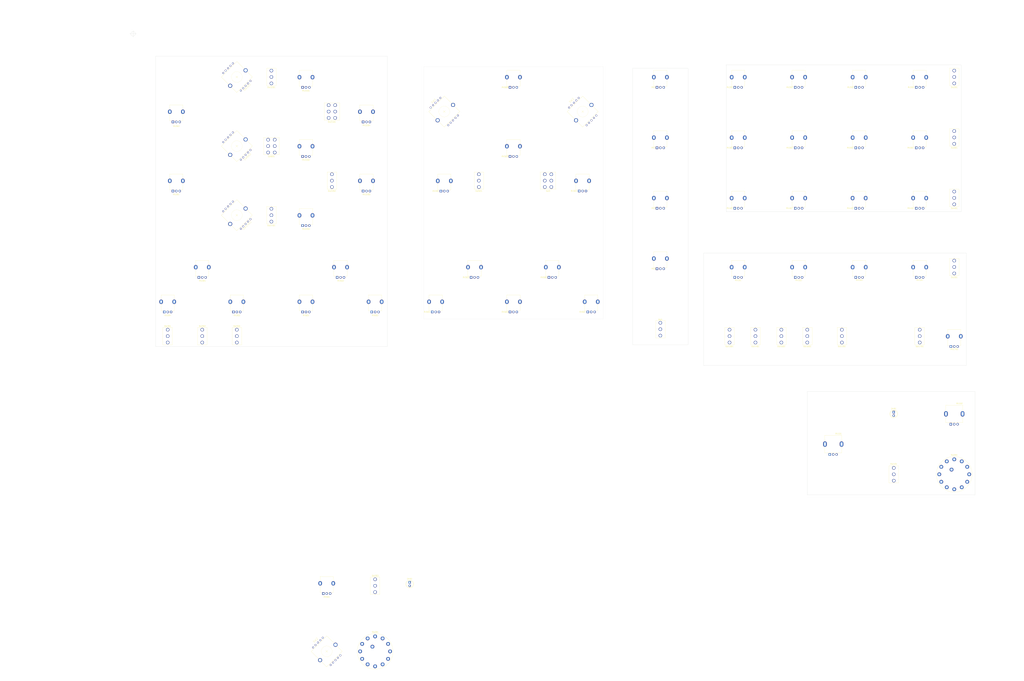
<source format=kicad_pcb>
(kicad_pcb (version 20211014) (generator pcbnew)
  (title_block (title "Josh Ox Ribbon Synth panel dimensions") (date "2022-06-28") (rev "0") (comment 2 "creativecommons.org.licences/by.4.0") (comment 3 "license: CC by 4.0") (comment 4 "Author: Jordan Aceto"))
  (layers (0 "F.Cu" signal) (31 "B.Cu" signal) (34 "B.Paste" user) (35 "F.Paste" user) (36 "B.SilkS" user "B.Silkscreen") (37 "F.SilkS" user "F.Silkscreen") (38 "B.Mask" user) (39 "F.Mask" user "footprints") (44 "Edge.Cuts" user))
  (net 0 "")
  (footprint "Potentiometer_THT:Potentiometer_Alpha_RD901F-40-00D_Single_Vertical" (layer "F.Cu") (at 264.2 476.26 90)
    (fp_text reference "RV501" (at -2.53 2.5 180) (layer "F.SilkS"))
    (fp_text value "100k")
    (pad "" thru_hole oval locked (at 7.5 -2.3 180) (size 2.72 3.24) (drill oval 1.1 1.8) (layers *.Cu *.Mask))
    (pad "" thru_hole oval locked (at 7.5 7.3 180) (size 2.72 3.24) (drill oval 1.1 1.8) (layers *.Cu *.Mask))
    (pad "1" thru_hole rect locked (at 0 0 180) (size 1.8 1.8) (drill 1) (layers *.Cu *.Mask))
    (pad "2" thru_hole circle locked (at 0 2.5 180) (size 1.8 1.8) (drill 1) (layers *.Cu *.Mask))
    (pad "3" thru_hole circle locked (at 0 5 180) (size 1.8 1.8) (drill 1) (layers *.Cu *.Mask))
  )
  (footprint "custom_footprints:SPDT_mini_toggle" (layer "F.Cu") (at 149.86 287.02 180)
    (fp_text reference "SW201" (at 0 7.366) (layer "F.SilkS"))
    (fp_text value "SW_SPDT_CO")
    (pad "1" thru_hole circle locked (at 0 -4.7 180) (size 2.5 2.5) (drill 1.85) (layers *.Cu *.Mask))
    (pad "2" thru_hole circle locked (at 0 0 180) (size 2.5 2.5) (drill 1.85) (layers *.Cu *.Mask))
    (pad "3" thru_hole circle locked (at 0 4.7 180) (size 2.5 2.5) (drill 1.85) (layers *.Cu *.Mask))
  )
  (footprint "Potentiometer_THT:Potentiometer_Alpha_RD901F-40-00D_Single_Vertical" (layer "F.Cu") (at 248.96 269.25 90)
    (fp_text reference "RV501" (at -2.53 2.5 180) (layer "F.SilkS"))
    (fp_text value "100k")
    (pad "" thru_hole oval locked (at 7.5 -2.3 180) (size 2.72 3.24) (drill oval 1.1 1.8) (layers *.Cu *.Mask))
    (pad "" thru_hole oval locked (at 7.5 7.3 180) (size 2.72 3.24) (drill oval 1.1 1.8) (layers *.Cu *.Mask))
    (pad "1" thru_hole rect locked (at 0 0 180) (size 1.8 1.8) (drill 1) (layers *.Cu *.Mask))
    (pad "2" thru_hole circle locked (at 0 2.5 180) (size 1.8 1.8) (drill 1) (layers *.Cu *.Mask))
    (pad "3" thru_hole circle locked (at 0 5 180) (size 1.8 1.8) (drill 1) (layers *.Cu *.Mask))
  )
  (footprint "Potentiometer_THT:Potentiometer_Alpha_RD901F-40-00D_Single_Vertical" (layer "F.Cu") (at 299.76 269.25 90)
    (fp_text reference "RV502" (at -2.53 2.5 180) (layer "F.SilkS"))
    (fp_text value "100k")
    (pad "" thru_hole oval locked (at 7.5 7.3 180) (size 2.72 3.24) (drill oval 1.1 1.8) (layers *.Cu *.Mask))
    (pad "" thru_hole oval locked (at 7.5 -2.3 180) (size 2.72 3.24) (drill oval 1.1 1.8) (layers *.Cu *.Mask))
    (pad "1" thru_hole rect locked (at 0 0 180) (size 1.8 1.8) (drill 1) (layers *.Cu *.Mask))
    (pad "2" thru_hole circle locked (at 0 2.5 180) (size 1.8 1.8) (drill 1) (layers *.Cu *.Mask))
    (pad "3" thru_hole circle locked (at 0 5 180) (size 1.8 1.8) (drill 1) (layers *.Cu *.Mask))
  )
  (footprint "Potentiometer_THT:Potentiometer_Alpha_RD901F-40-00D_Single_Vertical" (layer "F.Cu") (at 401.36 104.14 90)
    (fp_text reference "RV508" (at 0 -3.81 180) (layer "F.SilkS"))
    (fp_text value "100k")
    (pad "" thru_hole oval locked (at 7.5 -2.3 180) (size 2.72 3.24) (drill oval 1.1 1.8) (layers *.Cu *.Mask))
    (pad "" thru_hole oval locked (at 7.5 7.3 180) (size 2.72 3.24) (drill oval 1.1 1.8) (layers *.Cu *.Mask))
    (pad "1" thru_hole rect locked (at 0 0 180) (size 1.8 1.8) (drill 1) (layers *.Cu *.Mask))
    (pad "2" thru_hole circle locked (at 0 2.5 180) (size 1.8 1.8) (drill 1) (layers *.Cu *.Mask))
    (pad "3" thru_hole circle locked (at 0 5 180) (size 1.8 1.8) (drill 1) (layers *.Cu *.Mask))
  )
  (footprint "Potentiometer_THT:Potentiometer_Alpha_RD901F-40-00D_Single_Vertical" (layer "F.Cu") (at 566.496714 104.142883 90)
    (fp_text reference "RV201" (at 0 -3.596 180) (layer "F.SilkS"))
    (fp_text value "500kA")
    (pad "" thru_hole oval locked (at 7.5 -2.3 180) (size 2.72 3.24) (drill oval 1.1 1.8) (layers *.Cu *.Mask))
    (pad "" thru_hole oval locked (at 7.5 7.3 180) (size 2.72 3.24) (drill oval 1.1 1.8) (layers *.Cu *.Mask))
    (pad "1" thru_hole rect locked (at 0 0 180) (size 1.8 1.8) (drill 1) (layers *.Cu *.Mask))
    (pad "2" thru_hole circle locked (at 0 2.5 180) (size 1.8 1.8) (drill 1) (layers *.Cu *.Mask))
    (pad "3" thru_hole circle locked (at 0 5 180) (size 1.8 1.8) (drill 1) (layers *.Cu *.Mask))
  )
  (footprint "Potentiometer_THT:Potentiometer_Alpha_RD901F-40-00D_Single_Vertical" (layer "F.Cu") (at 699.81 148.59 90)
    (fp_text reference "RV304" (at 0 -4.104 180) (layer "F.SilkS"))
    (fp_text value "500kA")
    (pad "" thru_hole oval locked (at 7.5 -2.3 180) (size 2.72 3.24) (drill oval 1.1 1.8) (layers *.Cu *.Mask))
    (pad "" thru_hole oval locked (at 7.5 7.3 180) (size 2.72 3.24) (drill oval 1.1 1.8) (layers *.Cu *.Mask))
    (pad "1" thru_hole rect locked (at 0 0 180) (size 1.8 1.8) (drill 1) (layers *.Cu *.Mask))
    (pad "2" thru_hole circle locked (at 0 2.5 180) (size 1.8 1.8) (drill 1) (layers *.Cu *.Mask))
    (pad "3" thru_hole circle locked (at 0 5 180) (size 1.8 1.8) (drill 1) (layers *.Cu *.Mask))
  )
  (footprint "Potentiometer_THT:Potentiometer_Alpha_RD901F-40-00D_Single_Vertical" (layer "F.Cu") (at 610.87 104.14 90)
    (fp_text reference "RV202" (at 0 -4.064 180) (layer "F.SilkS"))
    (fp_text value "500kA")
    (pad "" thru_hole oval locked (at 7.5 7.3 180) (size 2.72 3.24) (drill oval 1.1 1.8) (layers *.Cu *.Mask))
    (pad "" thru_hole oval locked (at 7.5 -2.3 180) (size 2.72 3.24) (drill oval 1.1 1.8) (layers *.Cu *.Mask))
    (pad "1" thru_hole rect locked (at 0 0 180) (size 1.8 1.8) (drill 1) (layers *.Cu *.Mask))
    (pad "2" thru_hole circle locked (at 0 2.5 180) (size 1.8 1.8) (drill 1) (layers *.Cu *.Mask))
    (pad "3" thru_hole circle locked (at 0 5 180) (size 1.8 1.8) (drill 1) (layers *.Cu *.Mask))
  )
  (footprint "custom_footprints:apha_SR2612F-0112" (layer "F.Cu") (at 727.71 388.62 90)
    (fp_text reference "SW201" (at 14.224 0.0254 180) (layer "F.SilkS"))
    (fp_text value "alpha_SR2612F-0112")
    (pad "1" thru_hole oval locked (at 5.499999 -9.526279 90) (size 2.8 2.8) (drill 1.4) (layers *.Cu *.Mask))
    (pad "2" thru_hole oval locked (at 9.526279 -5.5 90) (size 2.8 2.8) (drill 1.4) (layers *.Cu *.Mask))
    (pad "3" thru_hole oval locked (at 11 0 90) (size 2.8 2.8) (drill 1.4) (layers *.Cu *.Mask))
    (pad "4" thru_hole oval locked (at 9.526279 5.499999 90) (size 2.8 2.8) (drill 1.4) (layers *.Cu *.Mask))
    (pad "5" thru_hole oval locked (at 5.499999 9.526279 90) (size 2.8 2.8) (drill 1.4) (layers *.Cu *.Mask))
    (pad "6" thru_hole oval locked (at 0 11 90) (size 2.8 2.8) (drill 1.4) (layers *.Cu *.Mask))
    (pad "7" thru_hole oval locked (at -5.5 9.526279 90) (size 2.8 2.8) (drill 1.4) (layers *.Cu *.Mask))
    (pad "8" thru_hole oval locked (at -9.526279 5.5 90) (size 2.8 2.8) (drill 1.4) (layers *.Cu *.Mask))
    (pad "9" thru_hole oval locked (at -11 0 90) (size 2.8 2.8) (drill 1.4) (layers *.Cu *.Mask))
    (pad "10" thru_hole oval locked (at -9.526279 -5.5 90) (size 2.8 2.8) (drill 1.4) (layers *.Cu *.Mask))
    (pad "11" thru_hole oval locked (at -5.5 -9.526279 90) (size 2.8 2.8) (drill 1.4) (layers *.Cu *.Mask))
    (pad "12" thru_hole oval locked (at 0 -11 90) (size 2.8 2.8) (drill 1.4) (layers *.Cu *.Mask))
    (pad "13" thru_hole oval locked (at 3.464102 -2 90) (size 2.8 2.8) (drill 1.4) (layers *.Cu *.Mask))
  )
  (footprint "Potentiometer_THT:Potentiometer_Alpha_RD901F-40-00D_Single_Vertical" (layer "F.Cu") (at 274.36 243.85 90)
    (fp_text reference "RV503" (at -2.53 2.5 180) (layer "F.SilkS"))
    (fp_text value "100k")
    (pad "" thru_hole oval locked (at 7.5 7.3 180) (size 2.72 3.24) (drill oval 1.1 1.8) (layers *.Cu *.Mask))
    (pad "" thru_hole oval locked (at 7.5 -2.3 180) (size 2.72 3.24) (drill oval 1.1 1.8) (layers *.Cu *.Mask))
    (pad "1" thru_hole rect locked (at 0 0 180) (size 1.8 1.8) (drill 1) (layers *.Cu *.Mask))
    (pad "2" thru_hole circle locked (at 0 2.5 180) (size 1.8 1.8) (drill 1) (layers *.Cu *.Mask))
    (pad "3" thru_hole circle locked (at 0 5 180) (size 1.8 1.8) (drill 1) (layers *.Cu *.Mask))
  )
  (footprint "Potentiometer_THT:Potentiometer_Alpha_RD901F-40-00D_Single_Vertical" (layer "F.Cu") (at 509.31 148.59 90)
    (fp_text reference "RV1" (at 0 -2.58 180) (layer "F.SilkS"))
    (fp_text value "100k")
    (pad "" thru_hole oval locked (at 7.5 7.3 180) (size 2.72 3.24) (drill oval 1.1 1.8) (layers *.Cu *.Mask))
    (pad "" thru_hole oval locked (at 7.5 -2.3 180) (size 2.72 3.24) (drill oval 1.1 1.8) (layers *.Cu *.Mask))
    (pad "1" thru_hole rect locked (at 0 0 180) (size 1.8 1.8) (drill 1) (layers *.Cu *.Mask))
    (pad "2" thru_hole circle locked (at 0 2.5 180) (size 1.8 1.8) (drill 1) (layers *.Cu *.Mask))
    (pad "3" thru_hole circle locked (at 0 5 180) (size 1.8 1.8) (drill 1) (layers *.Cu *.Mask))
  )
  (footprint "custom_footprints:SPDT_mini_toggle" (layer "F.Cu") (at 302.26 470.535 180)
    (fp_text reference "SW203" (at 0 7.366) (layer "F.SilkS"))
    (fp_text value "SW_SPDT_CO")
    (pad "1" thru_hole circle locked (at 0 -4.7 180) (size 2.5 2.5) (drill 1.85) (layers *.Cu *.Mask))
    (pad "2" thru_hole circle locked (at 0 0 180) (size 2.5 2.5) (drill 1.85) (layers *.Cu *.Mask))
    (pad "3" thru_hole circle locked (at 0 4.7 180) (size 2.5 2.5) (drill 1.85) (layers *.Cu *.Mask))
  )
  (footprint "Potentiometer_THT:Potentiometer_Alpha_RD901F-40-00D_Single_Vertical" (layer "F.Cu") (at 344.21 269.24 90)
    (fp_text reference "RV501" (at 0 -3.81 180) (layer "F.SilkS"))
    (fp_text value "100k")
    (pad "" thru_hole oval locked (at 7.5 -2.3 180) (size 2.72 3.24) (drill oval 1.1 1.8) (layers *.Cu *.Mask))
    (pad "" thru_hole oval locked (at 7.5 7.3 180) (size 2.72 3.24) (drill oval 1.1 1.8) (layers *.Cu *.Mask))
    (pad "1" thru_hole rect locked (at 0 0 180) (size 1.8 1.8) (drill 1) (layers *.Cu *.Mask))
    (pad "2" thru_hole circle locked (at 0 2.5 180) (size 1.8 1.8) (drill 1) (layers *.Cu *.Mask))
    (pad "3" thru_hole circle locked (at 0 5 180) (size 1.8 1.8) (drill 1) (layers *.Cu *.Mask))
  )
  (footprint "Potentiometer_THT:Potentiometer_Alpha_RD901F-40-00D_Single_Vertical" (layer "F.Cu") (at 509.31 193.04 90)
    (fp_text reference "RV2" (at 0 -2.58 180) (layer "F.SilkS"))
    (fp_text value "100k")
    (pad "" thru_hole oval locked (at 7.5 -2.3 180) (size 2.72 3.24) (drill oval 1.1 1.8) (layers *.Cu *.Mask))
    (pad "" thru_hole oval locked (at 7.5 7.3 180) (size 2.72 3.24) (drill oval 1.1 1.8) (layers *.Cu *.Mask))
    (pad "1" thru_hole rect locked (at 0 0 180) (size 1.8 1.8) (drill 1) (layers *.Cu *.Mask))
    (pad "2" thru_hole circle locked (at 0 2.5 180) (size 1.8 1.8) (drill 1) (layers *.Cu *.Mask))
    (pad "3" thru_hole circle locked (at 0 5 180) (size 1.8 1.8) (drill 1) (layers *.Cu *.Mask))
  )
  (footprint "custom_footprints:SPDT_mini_toggle" (layer "F.Cu") (at 200.66 287.02 180)
    (fp_text reference "SW203" (at 0 7.366) (layer "F.SilkS"))
    (fp_text value "SW_SPDT_CO")
    (pad "1" thru_hole circle locked (at 0 -4.7 180) (size 2.5 2.5) (drill 1.85) (layers *.Cu *.Mask))
    (pad "2" thru_hole circle locked (at 0 0 180) (size 2.5 2.5) (drill 1.85) (layers *.Cu *.Mask))
    (pad "3" thru_hole circle locked (at 0 4.7 180) (size 2.5 2.5) (drill 1.85) (layers *.Cu *.Mask))
  )
  (footprint "custom_footprints:SR1712F_rotary_switch" (layer "F.Cu") (at 200.66 198.12 -135)
    (fp_text reference "SW1402" (at 0 -11.43 -315) (layer "F.SilkS") (effects (font (size 1.425 1.425) (thickness 0.12)) (justify bottom)))
    (fp_text value "SR1712F-0204" hide)
    (pad "" thru_hole circle locked (at -8 -1.1 225) (size 3 3) (drill 2) (layers *.Cu *.Mask))
    (pad "" thru_hole circle locked (at 8 -1.1 225) (size 3 3) (drill 2) (layers *.Cu *.Mask))
    (pad "1" thru_hole circle locked (at 5 9.15 225) (size 1.35 1.35) (drill 0.9) (layers *.Cu *.Mask))
    (pad "2" thru_hole circle locked (at 2.5 9.15 225) (size 1.35 1.35) (drill 0.9) (layers *.Cu *.Mask))
    (pad "3" thru_hole circle locked (at 0 9.15 225) (size 1.35 1.35) (drill 0.9) (layers *.Cu *.Mask))
    (pad "4" thru_hole circle locked (at -2.5 9.15 225) (size 1.35 1.35) (drill 0.9) (layers *.Cu *.Mask))
    (pad "5" thru_hole circle locked (at -5 9.15 225) (size 1.35 1.35) (drill 0.9) (layers *.Cu *.Mask))
    (pad "6" thru_hole circle locked (at -5 -9.15 225) (size 1.35 1.35) (drill 0.9) (layers *.Cu *.Mask))
    (pad "7" thru_hole circle locked (at -2.5 -9.15 225) (size 1.35 1.35) (drill 0.9) (layers *.Cu *.Mask))
    (pad "8" thru_hole circle locked (at 0 -9.15 225) (size 1.35 1.35) (drill 0.9) (layers *.Cu *.Mask))
    (pad "9" thru_hole circle locked (at 2.5 -9.15 225) (size 1.35 1.35) (drill 0.9) (layers *.Cu *.Mask))
    (pad "10" thru_hole circle locked (at 5 -9.15 225) (size 1.35 1.35) (drill 0.9) (layers *.Cu *.Mask))
  )
  (footprint "custom_footprints:Potentiometer_P260T" (layer "F.Cu") (at 727.71 344.17 90)
    (fp_text reference "RV102" (at 7.62 3.81) (layer "F.SilkS"))
    (fp_text value "10k")
    (pad "" thru_hole oval locked (at 0 -6.096 180) (size 2.72 4) (drill oval 1.1 2.5) (layers *.Cu *.Mask))
    (pad "" thru_hole oval locked (at 0 6.096 180) (size 2.72 4) (drill oval 1.1 2.5) (layers *.Cu *.Mask))
    (pad "1" thru_hole rect locked (at -7.62 -2.54 180) (size 1.8 1.8) (drill 1) (layers *.Cu *.Mask))
    (pad "2" thru_hole circle locked (at -7.62 -0.04 180) (size 1.8 1.8) (drill 1) (layers *.Cu *.Mask))
    (pad "3" thru_hole circle locked (at -7.62 2.46 180) (size 1.8 1.8) (drill 1) (layers *.Cu *.Mask))
  )
  (footprint "custom_footprints:SPDT_mini_toggle" (layer "F.Cu") (at 600.71 287.02 180)
    (fp_text reference "SW1501" (at 0 -7.62) (layer "F.SilkS"))
    (fp_text value "SW_SPDT_MSM")
    (pad "1" thru_hole circle locked (at 0 -4.7 180) (size 2.5 2.5) (drill 1.85) (layers *.Cu *.Mask))
    (pad "2" thru_hole circle locked (at 0 0 180) (size 2.5 2.5) (drill 1.85) (layers *.Cu *.Mask))
    (pad "3" thru_hole circle locked (at 0 4.7 180) (size 2.5 2.5) (drill 1.85) (layers *.Cu *.Mask))
  )
  (footprint "LED_THT:LED_D5.0mm" (layer "F.Cu") (at 327.66 467.995 -90)
    (fp_text reference locked "D401" (at -2.54 0) (layer "F.SilkS"))
    (fp_text value "red_green")
    (pad "1" thru_hole rect locked (at 0 0 270) (size 1.8 1.8) (drill 0.9) (layers *.Cu *.Mask))
    (pad "2" thru_hole circle locked (at 2.54 0 270) (size 1.8 1.8) (drill 0.9) (layers *.Cu *.Mask))
  )
  (footprint "custom_footprints:SPDT_mini_toggle" (layer "F.Cu") (at 683.26 388.62 180)
    (fp_text reference "SW101" (at 0 7.62) (layer "F.SilkS"))
    (fp_text value "SW_SPDT_MSM")
    (pad "1" thru_hole circle locked (at 0 -4.7 180) (size 2.5 2.5) (drill 1.85) (layers *.Cu *.Mask))
    (pad "2" thru_hole circle locked (at 0 0 180) (size 2.5 2.5) (drill 1.85) (layers *.Cu *.Mask))
    (pad "3" thru_hole circle locked (at 0 4.7 180) (size 2.5 2.5) (drill 1.85) (layers *.Cu *.Mask))
  )
  (footprint "custom_footprints:SPDT_mini_toggle" (layer "F.Cu") (at 619.76 287.02 180)
    (fp_text reference "SW1601" (at 0 -7.62) (layer "F.SilkS"))
    (fp_text value "SW_SPDT_MSM")
    (pad "1" thru_hole circle locked (at 0 -4.7 180) (size 2.5 2.5) (drill 1.85) (layers *.Cu *.Mask))
    (pad "2" thru_hole circle locked (at 0 0 180) (size 2.5 2.5) (drill 1.85) (layers *.Cu *.Mask))
    (pad "3" thru_hole circle locked (at 0 4.7 180) (size 2.5 2.5) (drill 1.85) (layers *.Cu *.Mask))
  )
  (footprint "custom_footprints:SR1712F_rotary_switch" (layer "F.Cu") (at 353.06 121.92 -135)
    (fp_text reference "SW1" (at 0 10.16 45) (layer "F.SilkS") (effects (font (size 1.425 1.425) (thickness 0.12)) (justify bottom)))
    (fp_text value "SR1712F-0204" hide)
    (pad "" thru_hole circle locked (at -8 -1.1 225) (size 3 3) (drill 2) (layers *.Cu *.Mask))
    (pad "" thru_hole circle locked (at 8 -1.1 225) (size 3 3) (drill 2) (layers *.Cu *.Mask))
    (pad "1" thru_hole circle locked (at 5 9.15 225) (size 1.35 1.35) (drill 0.9) (layers *.Cu *.Mask))
    (pad "2" thru_hole circle locked (at 2.5 9.15 225) (size 1.35 1.35) (drill 0.9) (layers *.Cu *.Mask))
    (pad "3" thru_hole circle locked (at 0 9.15 225) (size 1.35 1.35) (drill 0.9) (layers *.Cu *.Mask))
    (pad "4" thru_hole circle locked (at -2.5 9.15 225) (size 1.35 1.35) (drill 0.9) (layers *.Cu *.Mask))
    (pad "5" thru_hole circle locked (at -5 9.15 225) (size 1.35 1.35) (drill 0.9) (layers *.Cu *.Mask))
    (pad "6" thru_hole circle locked (at -5 -9.15 225) (size 1.35 1.35) (drill 0.9) (layers *.Cu *.Mask))
    (pad "7" thru_hole circle locked (at -2.5 -9.15 225) (size 1.35 1.35) (drill 0.9) (layers *.Cu *.Mask))
    (pad "8" thru_hole circle locked (at 0 -9.15 225) (size 1.35 1.35) (drill 0.9) (layers *.Cu *.Mask))
    (pad "9" thru_hole circle locked (at 2.5 -9.15 225) (size 1.35 1.35) (drill 0.9) (layers *.Cu *.Mask))
    (pad "10" thru_hole circle locked (at 5 -9.15 225) (size 1.35 1.35) (drill 0.9) (layers *.Cu *.Mask))
  )
  (footprint "Potentiometer_THT:Potentiometer_Alpha_RD901F-40-00D_Single_Vertical" (layer "F.Cu") (at 293.41 180.35 90)
    (fp_text reference "RV2205" (at -2.53 2.5 180) (layer "F.SilkS"))
    (fp_text value "100k")
    (pad "" thru_hole oval locked (at 7.5 -2.3 180) (size 2.72 3.24) (drill oval 1.1 1.8) (layers *.Cu *.Mask))
    (pad "" thru_hole oval locked (at 7.5 7.3 180) (size 2.72 3.24) (drill oval 1.1 1.8) (layers *.Cu *.Mask))
    (pad "1" thru_hole rect locked (at 0 0 180) (size 1.8 1.8) (drill 1) (layers *.Cu *.Mask))
    (pad "2" thru_hole circle locked (at 0 2.5 180) (size 1.8 1.8) (drill 1) (layers *.Cu *.Mask))
    (pad "3" thru_hole circle locked (at 0 5 180) (size 1.8 1.8) (drill 1) (layers *.Cu *.Mask))
  )
  (footprint "Potentiometer_THT:Potentiometer_Alpha_RD901F-40-00D_Single_Vertical" (layer "F.Cu") (at 699.81 193.04 90)
    (fp_text reference "RV404" (at 0 -4.104 180) (layer "F.SilkS"))
    (fp_text value "500kA")
    (pad "" thru_hole oval locked (at 7.5 -2.3 180) (size 2.72 3.24) (drill oval 1.1 1.8) (layers *.Cu *.Mask))
    (pad "" thru_hole oval locked (at 7.5 7.3 180) (size 2.72 3.24) (drill oval 1.1 1.8) (layers *.Cu *.Mask))
    (pad "1" thru_hole rect locked (at 0 0 180) (size 1.8 1.8) (drill 1) (layers *.Cu *.Mask))
    (pad "2" thru_hole circle locked (at 0 2.5 180) (size 1.8 1.8) (drill 1) (layers *.Cu *.Mask))
    (pad "3" thru_hole circle locked (at 0 5 180) (size 1.8 1.8) (drill 1) (layers *.Cu *.Mask))
  )
  (footprint "custom_footprints:SPDT_mini_toggle" (layer "F.Cu") (at 727.71 236.22 180)
    (fp_text reference "SW201" (at 0 -7.62) (layer "F.SilkS"))
    (fp_text value "SW_SPDT")
    (pad "1" thru_hole circle locked (at 0 -4.7 180) (size 2.5 2.5) (drill 1.85) (layers *.Cu *.Mask))
    (pad "2" thru_hole circle locked (at 0 0 180) (size 2.5 2.5) (drill 1.85) (layers *.Cu *.Mask))
    (pad "3" thru_hole circle locked (at 0 4.7 180) (size 2.5 2.5) (drill 1.85) (layers *.Cu *.Mask))
  )
  (footprint "custom_footprints:SPDT_mini_toggle" (layer "F.Cu") (at 727.71 185.42 180)
    (fp_text reference "SW401" (at 0 -7.62) (layer "F.SilkS"))
    (fp_text value "SW_SPDT")
    (pad "1" thru_hole circle locked (at 0 -4.7 180) (size 2.5 2.5) (drill 1.85) (layers *.Cu *.Mask))
    (pad "2" thru_hole circle locked (at 0 0 180) (size 2.5 2.5) (drill 1.85) (layers *.Cu *.Mask))
    (pad "3" thru_hole circle locked (at 0 4.7 180) (size 2.5 2.5) (drill 1.85) (layers *.Cu *.Mask))
  )
  (footprint "Potentiometer_THT:Potentiometer_Alpha_RD901F-40-00D_Single_Vertical" (layer "F.Cu") (at 172.76 243.85 90)
    (fp_text reference "RV205" (at -2.53 2.5 180) (layer "F.SilkS"))
    (fp_text value "100k")
    (pad "" thru_hole oval locked (at 7.5 -2.3 180) (size 2.72 3.24) (drill oval 1.1 1.8) (layers *.Cu *.Mask))
    (pad "" thru_hole oval locked (at 7.5 7.3 180) (size 2.72 3.24) (drill oval 1.1 1.8) (layers *.Cu *.Mask))
    (pad "1" thru_hole rect locked (at 0 0 180) (size 1.8 1.8) (drill 1) (layers *.Cu *.Mask))
    (pad "2" thru_hole circle locked (at 0 2.5 180) (size 1.8 1.8) (drill 1) (layers *.Cu *.Mask))
    (pad "3" thru_hole circle locked (at 0 5 180) (size 1.8 1.8) (drill 1) (layers *.Cu *.Mask))
  )
  (footprint "custom_footprints:SR1712F_rotary_switch" (layer "F.Cu") (at 200.66 96.52 -135)
    (fp_text reference "SW301" (at 0 -11.43 -315) (layer "F.SilkS") (effects (font (size 1.425 1.425) (thickness 0.12)) (justify bottom)))
    (fp_text value "SR1712F-0204" hide)
    (pad "" thru_hole circle locked (at -8 -1.1 225) (size 3 3) (drill 2) (layers *.Cu *.Mask))
    (pad "" thru_hole circle locked (at 8 -1.1 225) (size 3 3) (drill 2) (layers *.Cu *.Mask))
    (pad "1" thru_hole circle locked (at 5 9.15 225) (size 1.35 1.35) (drill 0.9) (layers *.Cu *.Mask))
    (pad "2" thru_hole circle locked (at 2.5 9.15 225) (size 1.35 1.35) (drill 0.9) (layers *.Cu *.Mask))
    (pad "3" thru_hole circle locked (at 0 9.15 225) (size 1.35 1.35) (drill 0.9) (layers *.Cu *.Mask))
    (pad "4" thru_hole circle locked (at -2.5 9.15 225) (size 1.35 1.35) (drill 0.9) (layers *.Cu *.Mask))
    (pad "5" thru_hole circle locked (at -5 9.15 225) (size 1.35 1.35) (drill 0.9) (layers *.Cu *.Mask))
    (pad "6" thru_hole circle locked (at -5 -9.15 225) (size 1.35 1.35) (drill 0.9) (layers *.Cu *.Mask))
    (pad "7" thru_hole circle locked (at -2.5 -9.15 225) (size 1.35 1.35) (drill 0.9) (layers *.Cu *.Mask))
    (pad "8" thru_hole circle locked (at 0 -9.15 225) (size 1.35 1.35) (drill 0.9) (layers *.Cu *.Mask))
    (pad "9" thru_hole circle locked (at 2.5 -9.15 225) (size 1.35 1.35) (drill 0.9) (layers *.Cu *.Mask))
    (pad "10" thru_hole circle locked (at 5 -9.15 225) (size 1.35 1.35) (drill 0.9) (layers *.Cu *.Mask))
  )
  (footprint "Potentiometer_THT:Potentiometer_Alpha_RD901F-40-00D_Single_Vertical" (layer "F.Cu") (at 248.96 205.75 90)
    (fp_text reference "RV2203" (at -2.53 2.5 180) (layer "F.SilkS"))
    (fp_text value "100k")
    (pad "" thru_hole oval locked (at 7.5 -2.3 180) (size 2.72 3.24) (drill oval 1.1 1.8) (layers *.Cu *.Mask))
    (pad "" thru_hole oval locked (at 7.5 7.3 180) (size 2.72 3.24) (drill oval 1.1 1.8) (layers *.Cu *.Mask))
    (pad "1" thru_hole rect locked (at 0 0 180) (size 1.8 1.8) (drill 1) (layers *.Cu *.Mask))
    (pad "2" thru_hole circle locked (at 0 2.5 180) (size 1.8 1.8) (drill 1) (layers *.Cu *.Mask))
    (pad "3" thru_hole circle locked (at 0 5 180) (size 1.8 1.8) (drill 1) (layers *.Cu *.Mask))
  )
  (footprint "Potentiometer_THT:Potentiometer_Alpha_RD901F-40-00D_Single_Vertical" (layer "F.Cu") (at 610.91 243.84 90)
    (fp_text reference "RV102" (at -2.159 2.5 180) (layer "F.SilkS"))
    (fp_text value "100k c.d.")
    (pad "" thru_hole oval locked (at 7.5 7.3 180) (size 2.72 3.24) (drill oval 1.1 1.8) (layers *.Cu *.Mask))
    (pad "" thru_hole oval locked (at 7.5 -2.3 180) (size 2.72 3.24) (drill oval 1.1 1.8) (layers *.Cu *.Mask))
    (pad "1" thru_hole rect locked (at 0 0 180) (size 1.8 1.8) (drill 1) (layers *.Cu *.Mask))
    (pad "2" thru_hole circle locked (at 0 2.5 180) (size 1.8 1.8) (drill 1) (layers *.Cu *.Mask))
    (pad "3" thru_hole circle locked (at 0 5 180) (size 1.8 1.8) (drill 1) (layers *.Cu *.Mask))
  )
  (footprint "custom_footprints:SPDT_mini_toggle" (layer "F.Cu") (at 511.81 281.94 180)
    (fp_text reference "SW1" (at 0 7.112) (layer "F.SilkS"))
    (fp_text value "SW_SPDT")
    (pad "1" thru_hole circle locked (at 0 -4.7 180) (size 2.5 2.5) (drill 1.85) (layers *.Cu *.Mask))
    (pad "2" thru_hole circle locked (at 0 0 180) (size 2.5 2.5) (drill 1.85) (layers *.Cu *.Mask))
    (pad "3" thru_hole circle locked (at 0 4.7 180) (size 2.5 2.5) (drill 1.85) (layers *.Cu *.Mask))
  )
  (footprint "Potentiometer_THT:Potentiometer_Alpha_RD901F-40-00D_Single_Vertical" (layer "F.Cu") (at 655.36 243.84 90)
    (fp_text reference "RV103" (at -2.032 2.5 180) (layer "F.SilkS"))
    (fp_text value "100k c.d.")
    (pad "" thru_hole oval locked (at 7.5 -2.3 180) (size 2.72 3.24) (drill oval 1.1 1.8) (layers *.Cu *.Mask))
    (pad "" thru_hole oval locked (at 7.5 7.3 180) (size 2.72 3.24) (drill oval 1.1 1.8) (layers *.Cu *.Mask))
    (pad "1" thru_hole rect locked (at 0 0 180) (size 1.8 1.8) (drill 1) (layers *.Cu *.Mask))
    (pad "2" thru_hole circle locked (at 0 2.5 180) (size 1.8 1.8) (drill 1) (layers *.Cu *.Mask))
    (pad "3" thru_hole circle locked (at 0 5 180) (size 1.8 1.8) (drill 1) (layers *.Cu *.Mask))
  )
  (footprint "Potentiometer_THT:Potentiometer_Alpha_RD901F-40-00D_Single_Vertical" (layer "F.Cu") (at 699.81 104.14 90)
    (fp_text reference "RV204" (at 0 -3.85 180) (layer "F.SilkS"))
    (fp_text value "500kA")
    (pad "" thru_hole oval locked (at 7.5 7.3 180) (size 2.72 3.24) (drill oval 1.1 1.8) (layers *.Cu *.Mask))
    (pad "" thru_hole oval locked (at 7.5 -2.3 180) (size 2.72 3.24) (drill oval 1.1 1.8) (layers *.Cu *.Mask))
    (pad "1" thru_hole rect locked (at 0 0 180) (size 1.8 1.8) (drill 1) (layers *.Cu *.Mask))
    (pad "2" thru_hole circle locked (at 0 2.5 180) (size 1.8 1.8) (drill 1) (layers *.Cu *.Mask))
    (pad "3" thru_hole circle locked (at 0 5 180) (size 1.8 1.8) (drill 1) (layers *.Cu *.Mask))
  )
  (footprint "Potentiometer_THT:Potentiometer_Alpha_RD901F-40-00D_Single_Vertical" (layer "F.Cu") (at 401.36 154.94 90)
    (fp_text reference "RV509" (at 0 -3.81 180) (layer "F.SilkS"))
    (fp_text value "100k")
    (pad "" thru_hole oval locked (at 7.5 7.3 180) (size 2.72 3.24) (drill oval 1.1 1.8) (layers *.Cu *.Mask))
    (pad "" thru_hole oval locked (at 7.5 -2.3 180) (size 2.72 3.24) (drill oval 1.1 1.8) (layers *.Cu *.Mask))
    (pad "1" thru_hole rect locked (at 0 0 180) (size 1.8 1.8) (drill 1) (layers *.Cu *.Mask))
    (pad "2" thru_hole circle locked (at 0 2.5 180) (size 1.8 1.8) (drill 1) (layers *.Cu *.Mask))
    (pad "3" thru_hole circle locked (at 0 5 180) (size 1.8 1.8) (drill 1) (layers *.Cu *.Mask))
  )
  (footprint "Potentiometer_THT:Potentiometer_Alpha_RD901F-40-00D_Single_Vertical" (layer "F.Cu") (at 429.935 243.84 90)
    (fp_text reference "RV506" (at 0 -3.81 180) (layer "F.SilkS"))
    (fp_text value "100k")
    (pad "" thru_hole oval locked (at 7.5 -2.3 180) (size 2.72 3.24) (drill oval 1.1 1.8) (layers *.Cu *.Mask))
    (pad "" thru_hole oval locked (at 7.5 7.3 180) (size 2.72 3.24) (drill oval 1.1 1.8) (layers *.Cu *.Mask))
    (pad "1" thru_hole rect locked (at 0 0 180) (size 1.8 1.8) (drill 1) (layers *.Cu *.Mask))
    (pad "2" thru_hole circle locked (at 0 2.5 180) (size 1.8 1.8) (drill 1) (layers *.Cu *.Mask))
    (pad "3" thru_hole circle locked (at 0 5 180) (size 1.8 1.8) (drill 1) (layers *.Cu *.Mask))
  )
  (footprint "Potentiometer_THT:Potentiometer_Alpha_RD901F-40-00D_Single_Vertical" (layer "F.Cu") (at 198.16 269.25 90)
    (fp_text reference "RV203" (at -2.53 2.5 180) (layer "F.SilkS"))
    (fp_text value "100k")
    (pad "" thru_hole oval locked (at 7.5 7.3 180) (size 2.72 3.24) (drill oval 1.1 1.8) (layers *.Cu *.Mask))
    (pad "" thru_hole oval locked (at 7.5 -2.3 180) (size 2.72 3.24) (drill oval 1.1 1.8) (layers *.Cu *.Mask))
    (pad "1" thru_hole rect locked (at 0 0 180) (size 1.8 1.8) (drill 1) (layers *.Cu *.Mask))
    (pad "2" thru_hole circle locked (at 0 2.5 180) (size 1.8 1.8) (drill 1) (layers *.Cu *.Mask))
    (pad "3" thru_hole circle locked (at 0 5 180) (size 1.8 1.8) (drill 1) (layers *.Cu *.Mask))
  )
  (footprint "Potentiometer_THT:Potentiometer_Alpha_RD901F-40-00D_Single_Vertical" (layer "F.Cu") (at 248.96 104.15 90)
    (fp_text reference "RV2201" (at -2.53 2.5 180) (layer "F.SilkS"))
    (fp_text value "100k")
    (pad "" thru_hole oval locked (at 7.5 -2.3 180) (size 2.72 3.24) (drill oval 1.1 1.8) (layers *.Cu *.Mask))
    (pad "" thru_hole oval locked (at 7.5 7.3 180) (size 2.72 3.24) (drill oval 1.1 1.8) (layers *.Cu *.Mask))
    (pad "1" thru_hole rect locked (at 0 0 180) (size 1.8 1.8) (drill 1) (layers *.Cu *.Mask))
    (pad "2" thru_hole circle locked (at 0 2.5 180) (size 1.8 1.8) (drill 1) (layers *.Cu *.Mask))
    (pad "3" thru_hole circle locked (at 0 5 180) (size 1.8 1.8) (drill 1) (layers *.Cu *.Mask))
  )
  (footprint "Potentiometer_THT:Potentiometer_Alpha_RD901F-40-00D_Single_Vertical" (layer "F.Cu") (at 566.46 193.04 90)
    (fp_text reference "RV401" (at 0 -3.596 180) (layer "F.SilkS"))
    (fp_text value "500kA")
    (pad "" thru_hole oval locked (at 7.5 -2.3 180) (size 2.72 3.24) (drill oval 1.1 1.8) (layers *.Cu *.Mask))
    (pad "" thru_hole oval locked (at 7.5 7.3 180) (size 2.72 3.24) (drill oval 1.1 1.8) (layers *.Cu *.Mask))
    (pad "1" thru_hole rect locked (at 0 0 180) (size 1.8 1.8) (drill 1) (layers *.Cu *.Mask))
    (pad "2" thru_hole circle locked (at 0 2.5 180) (size 1.8 1.8) (drill 1) (layers *.Cu *.Mask))
    (pad "3" thru_hole circle locked (at 0 5 180) (size 1.8 1.8) (drill 1) (layers *.Cu *.Mask))
  )
  (footprint "Potentiometer_THT:Potentiometer_Alpha_RD901F-40-00D_Single_Vertical" (layer "F.Cu") (at 699.81 243.84 90)
    (fp_text reference "RV104" (at -2.032 2.5 180) (layer "F.SilkS"))
    (fp_text value "100k c.d.")
    (pad "" thru_hole oval locked (at 7.5 -2.3 180) (size 2.72 3.24) (drill oval 1.1 1.8) (layers *.Cu *.Mask))
    (pad "" thru_hole oval locked (at 7.5 7.3 180) (size 2.72 3.24) (drill oval 1.1 1.8) (layers *.Cu *.Mask))
    (pad "1" thru_hole rect locked (at 0 0 180) (size 1.8 1.8) (drill 1) (layers *.Cu *.Mask))
    (pad "2" thru_hole circle locked (at 0 2.5 180) (size 1.8 1.8) (drill 1) (layers *.Cu *.Mask))
    (pad "3" thru_hole circle locked (at 0 5 180) (size 1.8 1.8) (drill 1) (layers *.Cu *.Mask))
  )
  (footprint "custom_footprints:SPDT_mini_toggle" (layer "F.Cu") (at 645.16 287.02 180)
    (fp_text reference "SW1201" (at 0 -7.62) (layer "F.SilkS"))
    (fp_text value "SW_SPDT")
    (pad "1" thru_hole circle locked (at 0 -4.7 180) (size 2.5 2.5) (drill 1.85) (layers *.Cu *.Mask))
    (pad "2" thru_hole circle locked (at 0 0 180) (size 2.5 2.5) (drill 1.85) (layers *.Cu *.Mask))
    (pad "3" thru_hole circle locked (at 0 4.7 180) (size 2.5 2.5) (drill 1.85) (layers *.Cu *.Mask))
  )
  (footprint "Potentiometer_THT:Potentiometer_Alpha_RD901F-40-00D_Single_Vertical" (layer "F.Cu") (at 655.32 193.04 90)
    (fp_text reference "RV403" (at 0 -4.064 180) (layer "F.SilkS"))
    (fp_text value "10k")
    (pad "" thru_hole oval locked (at 7.5 7.3 180) (size 2.72 3.24) (drill oval 1.1 1.8) (layers *.Cu *.Mask))
    (pad "" thru_hole oval locked (at 7.5 -2.3 180) (size 2.72 3.24) (drill oval 1.1 1.8) (layers *.Cu *.Mask))
    (pad "1" thru_hole rect locked (at 0 0 180) (size 1.8 1.8) (drill 1) (layers *.Cu *.Mask))
    (pad "2" thru_hole circle locked (at 0 2.5 180) (size 1.8 1.8) (drill 1) (layers *.Cu *.Mask))
    (pad "3" thru_hole circle locked (at 0 5 180) (size 1.8 1.8) (drill 1) (layers *.Cu *.Mask))
  )
  (footprint "Potentiometer_THT:Potentiometer_Alpha_RD901F-40-00D_Single_Vertical" (layer "F.Cu") (at 509.31 104.14 90)
    (fp_text reference "RV4" (at 0 -2.58 180) (layer "F.SilkS"))
    (fp_text value "1M")
    (pad "" thru_hole oval locked (at 7.5 7.3 180) (size 2.72 3.24) (drill oval 1.1 1.8) (layers *.Cu *.Mask))
    (pad "" thru_hole oval locked (at 7.5 -2.3 180) (size 2.72 3.24) (drill oval 1.1 1.8) (layers *.Cu *.Mask))
    (pad "1" thru_hole rect locked (at 0 0 180) (size 1.8 1.8) (drill 1) (layers *.Cu *.Mask))
    (pad "2" thru_hole circle locked (at 0 2.5 180) (size 1.8 1.8) (drill 1) (layers *.Cu *.Mask))
    (pad "3" thru_hole circle locked (at 0 5 180) (size 1.8 1.8) (drill 1) (layers *.Cu *.Mask))
  )
  (footprint "Potentiometer_THT:Potentiometer_Alpha_RD901F-40-00D_Single_Vertical" (layer "F.Cu") (at 452.16 180.34 90)
    (fp_text reference "RV301" (at 0 -3.81 180) (layer "F.SilkS"))
    (fp_text value "100k")
    (pad "" thru_hole oval locked (at 7.5 7.3 180) (size 2.72 3.24) (drill oval 1.1 1.8) (layers *.Cu *.Mask))
    (pad "" thru_hole oval locked (at 7.5 -2.3 180) (size 2.72 3.24) (drill oval 1.1 1.8) (layers *.Cu *.Mask))
    (pad "1" thru_hole rect locked (at 0 0 180) (size 1.8 1.8) (drill 1) (layers *.Cu *.Mask))
    (pad "2" thru_hole circle locked (at 0 2.5 180) (size 1.8 1.8) (drill 1) (layers *.Cu *.Mask))
    (pad "3" thru_hole circle locked (at 0 5 180) (size 1.8 1.8) (drill 1) (layers *.Cu *.Mask))
  )
  (footprint "Potentiometer_THT:Potentiometer_Alpha_RD901F-40-00D_Single_Vertical" (layer "F.Cu") (at 610.91 148.59 90)
    (fp_text reference "RV302" (at 0 -4.104 180) (layer "F.SilkS"))
    (fp_text value "500kA")
    (pad "" thru_hole oval locked (at 7.5 7.3 180) (size 2.72 3.24) (drill oval 1.1 1.8) (layers *.Cu *.Mask))
    (pad "" thru_hole oval locked (at 7.5 -2.3 180) (size 2.72 3.24) (drill oval 1.1 1.8) (layers *.Cu *.Mask))
    (pad "1" thru_hole rect locked (at 0 0 180) (size 1.8 1.8) (drill 1) (layers *.Cu *.Mask))
    (pad "2" thru_hole circle locked (at 0 2.5 180) (size 1.8 1.8) (drill 1) (layers *.Cu *.Mask))
    (pad "3" thru_hole circle locked (at 0 5 180) (size 1.8 1.8) (drill 1) (layers *.Cu *.Mask))
  )
  (footprint "custom_footprints:DPDT_mini_toggle" (layer "F.Cu") (at 270.51 121.92 180)
    (fp_text reference "SW2101" (at 0 -7.62) (layer "F.SilkS"))
    (fp_text value "SW_DPDT_CO")
    (pad "1" thru_hole circle locked (at 2.415 -4.7 180) (size 2.5 2.5) (drill 1.85) (layers *.Cu *.Mask))
    (pad "2" thru_hole circle locked (at 2.415 0 180) (size 2.5 2.5) (drill 1.85) (layers *.Cu *.Mask))
    (pad "3" thru_hole circle locked (at 2.415 4.7 180) (size 2.5 2.5) (drill 1.85) (layers *.Cu *.Mask))
    (pad "4" thru_hole circle locked (at -2.415 -4.7 180) (size 2.5 2.5) (drill 1.85) (layers *.Cu *.Mask))
    (pad "5" thru_hole circle locked (at -2.415 0 180) (size 2.5 2.5) (drill 1.85) (layers *.Cu *.Mask))
    (pad "6" thru_hole circle locked (at -2.415 4.7 180) (size 2.5 2.5) (drill 1.85) (layers *.Cu *.Mask))
  )
  (footprint "custom_footprints:SPDT_mini_toggle" (layer "F.Cu") (at 727.71 96.52 180)
    (fp_text reference "SW201" (at 0 -7.62) (layer "F.SilkS"))
    (fp_text value "SW_SPDT")
    (pad "1" thru_hole circle locked (at 0 -4.7 180) (size 2.5 2.5) (drill 1.85) (layers *.Cu *.Mask))
    (pad "2" thru_hole circle locked (at 0 0 180) (size 2.5 2.5) (drill 1.85) (layers *.Cu *.Mask))
    (pad "3" thru_hole circle locked (at 0 4.7 180) (size 2.5 2.5) (drill 1.85) (layers *.Cu *.Mask))
  )
  (footprint "Potentiometer_THT:Potentiometer_Alpha_RD901F-40-00D_Single_Vertical" (layer "F.Cu") (at 566.495928 148.60439 90)
    (fp_text reference "RV301" (at 0 -3.596 180) (layer "F.SilkS"))
    (fp_text value "500kA")
    (pad "" thru_hole oval locked (at 7.5 7.3 180) (size 2.72 3.24) (drill oval 1.1 1.8) (layers *.Cu *.Mask))
    (pad "" thru_hole oval locked (at 7.5 -2.3 180) (size 2.72 3.24) (drill oval 1.1 1.8) (layers *.Cu *.Mask))
    (pad "1" thru_hole rect locked (at 0 0 180) (size 1.8 1.8) (drill 1) (layers *.Cu *.Mask))
    (pad "2" thru_hole circle locked (at 0 2.5 180) (size 1.8 1.8) (drill 1) (layers *.Cu *.Mask))
    (pad "3" thru_hole circle locked (at 0 5 180) (size 1.8 1.8) (drill 1) (layers *.Cu *.Mask))
  )
  (footprint "custom_footprints:SPDT_mini_toggle" (layer "F.Cu") (at 727.71 140.97 180)
    (fp_text reference "SW301" (at 0 -7.62) (layer "F.SilkS"))
    (fp_text value "SW_SPDT")
    (pad "1" thru_hole circle locked (at 0 -4.7 180) (size 2.5 2.5) (drill 1.85) (layers *.Cu *.Mask))
    (pad "2" thru_hole circle locked (at 0 0 180) (size 2.5 2.5) (drill 1.85) (layers *.Cu *.Mask))
    (pad "3" thru_hole circle locked (at 0 4.7 180) (size 2.5 2.5) (drill 1.85) (layers *.Cu *.Mask))
  )
  (footprint "custom_footprints:SPDT_mini_toggle" (layer "F.Cu") (at 581.66 287.02 180)
    (fp_text reference "SW1401" (at 0 -7.62) (layer "F.SilkS"))
    (fp_text value "SW_SPDT_MSM")
    (pad "1" thru_hole circle locked (at 0 -4.7 180) (size 2.5 2.5) (drill 1.85) (layers *.Cu *.Mask))
    (pad "2" thru_hole circle locked (at 0 0 180) (size 2.5 2.5) (drill 1.85) (layers *.Cu *.Mask))
    (pad "3" thru_hole circle locked (at 0 4.7 180) (size 2.5 2.5) (drill 1.85) (layers *.Cu *.Mask))
  )
  (footprint "Potentiometer_THT:Potentiometer_Alpha_RD901F-40-00D_Single_Vertical" (layer "F.Cu") (at 293.41 129.55 90)
    (fp_text reference "RV2204" (at -2.53 2.5 180) (layer "F.SilkS"))
    (fp_text value "100k")
    (pad "" thru_hole oval locked (at 7.5 -2.3 180) (size 2.72 3.24) (drill oval 1.1 1.8) (layers *.Cu *.Mask))
    (pad "" thru_hole oval locked (at 7.5 7.3 180) (size 2.72 3.24) (drill oval 1.1 1.8) (layers *.Cu *.Mask))
    (pad "1" thru_hole rect locked (at 0 0 180) (size 1.8 1.8) (drill 1) (layers *.Cu *.Mask))
    (pad "2" thru_hole circle locked (at 0 2.5 180) (size 1.8 1.8) (drill 1) (layers *.Cu *.Mask))
    (pad "3" thru_hole circle locked (at 0 5 180) (size 1.8 1.8) (drill 1) (layers *.Cu *.Mask))
  )
  (footprint "Potentiometer_THT:Potentiometer_Alpha_RD901F-40-00D_Single_Vertical" (layer "F.Cu") (at 372.785 243.84 90)
    (fp_text reference "RV502" (at 0 -3.81 180) (layer "F.SilkS"))
    (fp_text value "100k")
    (pad "" thru_hole oval locked (at 7.5 7.3 180) (size 2.72 3.24) (drill oval 1.1 1.8) (layers *.Cu *.Mask))
    (pad "" thru_hole oval locked (at 7.5 -2.3 180) (size 2.72 3.24) (drill oval 1.1 1.8) (layers *.Cu *.Mask))
    (pad "1" thru_hole rect locked (at 0 0 180) (size 1.8 1.8) (drill 1) (layers *.Cu *.Mask))
    (pad "2" thru_hole circle locked (at 0 2.5 180) (size 1.8 1.8) (drill 1) (layers *.Cu *.Mask))
    (pad "3" thru_hole circle locked (at 0 5 180) (size 1.8 1.8) (drill 1) (layers *.Cu *.Mask))
  )
  (footprint "Potentiometer_THT:Potentiometer_Alpha_RD901F-40-00D_Single_Vertical" (layer "F.Cu") (at 248.96 154.95 90)
    (fp_text reference "RV2202" (at -2.53 2.5 180) (layer "F.SilkS"))
    (fp_text value "100k")
    (pad "" thru_hole oval locked (at 7.5 7.3 180) (size 2.72 3.24) (drill oval 1.1 1.8) (layers *.Cu *.Mask))
    (pad "" thru_hole oval locked (at 7.5 -2.3 180) (size 2.72 3.24) (drill oval 1.1 1.8) (layers *.Cu *.Mask))
    (pad "1" thru_hole rect locked (at 0 0 180) (size 1.8 1.8) (drill 1) (layers *.Cu *.Mask))
    (pad "2" thru_hole circle locked (at 0 2.5 180) (size 1.8 1.8) (drill 1) (layers *.Cu *.Mask))
    (pad "3" thru_hole circle locked (at 0 5 180) (size 1.8 1.8) (drill 1) (layers *.Cu *.Mask))
  )
  (footprint "custom_footprints:SPDT_mini_toggle" (layer "F.Cu") (at 702.31 287.02 180)
    (fp_text reference "SW1701" (at 0 -7.62) (layer "F.SilkS"))
    (fp_text value "SW_SPDT")
    (pad "1" thru_hole circle locked (at 0 -4.7 180) (size 2.5 2.5) (drill 1.85) (layers *.Cu *.Mask))
    (pad "2" thru_hole circle locked (at 0 0 180) (size 2.5 2.5) (drill 1.85) (layers *.Cu *.Mask))
    (pad "3" thru_hole circle locked (at 0 4.7 180) (size 2.5 2.5) (drill 1.85) (layers *.Cu *.Mask))
  )
  (footprint "Potentiometer_THT:Potentiometer_Alpha_RD901F-40-00D_Single_Vertical" (layer "F.Cu") (at 725.21 294.65 90)
    (fp_text reference "RV1701" (at -2.022 2.627 180) (layer "F.SilkS"))
    (fp_text value "100k")
    (pad "" thru_hole oval locked (at 7.5 -2.3 180) (size 2.72 3.24) (drill oval 1.1 1.8) (layers *.Cu *.Mask))
    (pad "" thru_hole oval locked (at 7.5 7.3 180) (size 2.72 3.24) (drill oval 1.1 1.8) (layers *.Cu *.Mask))
    (pad "1" thru_hole rect locked (at 0 0 180) (size 1.8 1.8) (drill 1) (layers *.Cu *.Mask))
    (pad "2" thru_hole circle locked (at 0 2.5 180) (size 1.8 1.8) (drill 1) (layers *.Cu *.Mask))
    (pad "3" thru_hole circle locked (at 0 5 180) (size 1.8 1.8) (drill 1) (layers *.Cu *.Mask))
  )
  (footprint "custom_footprints:SPDT_mini_toggle" (layer "F.Cu") (at 562.61 287.02 180)
    (fp_text reference "SW1301" (at 0 -7.62) (layer "F.SilkS"))
    (fp_text value "SW_SPDT_MSM")
    (pad "1" thru_hole circle locked (at 0 -4.7 180) (size 2.5 2.5) (drill 1.85) (layers *.Cu *.Mask))
    (pad "2" thru_hole circle locked (at 0 0 180) (size 2.5 2.5) (drill 1.85) (layers *.Cu *.Mask))
    (pad "3" thru_hole circle locked (at 0 4.7 180) (size 2.5 2.5) (drill 1.85) (layers *.Cu *.Mask))
  )
  (footprint "Potentiometer_THT:Potentiometer_Alpha_RD901F-40-00D_Single_Vertical" (layer "F.Cu") (at 153.71 129.54 90)
    (fp_text reference "RV202" (at -3.175 2.5 180) (layer "F.SilkS"))
    (fp_text value "10k")
    (pad "" thru_hole oval locked (at 7.5 -2.3 180) (size 2.72 3.24) (drill oval 1.1 1.8) (layers *.Cu *.Mask))
    (pad "" thru_hole oval locked (at 7.5 7.3 180) (size 2.72 3.24) (drill oval 1.1 1.8) (layers *.Cu *.Mask))
    (pad "1" thru_hole rect locked (at 0 0 180) (size 1.8 1.8) (drill 1) (layers *.Cu *.Mask))
    (pad "2" thru_hole circle locked (at 0 2.5 180) (size 1.8 1.8) (drill 1) (layers *.Cu *.Mask))
    (pad "3" thru_hole circle locked (at 0 5 180) (size 1.8 1.8) (drill 1) (layers *.Cu *.Mask))
  )
  (footprint "custom_footprints:Potentiometer_P260T" (layer "F.Cu") (at 638.81 366.395 90)
    (fp_text reference "RV101" (at 7.62 3.81) (layer "F.SilkS"))
    (fp_text value "10k")
    (pad "" thru_hole oval locked (at 0 6.096 180) (size 2.72 4) (drill oval 1.1 2.5) (layers *.Cu *.Mask))
    (pad "" thru_hole oval locked (at 0 -6.096 180) (size 2.72 4) (drill oval 1.1 2.5) (layers *.Cu *.Mask))
    (pad "1" thru_hole rect locked (at -7.62 -2.54 180) (size 1.8 1.8) (drill 1) (layers *.Cu *.Mask))
    (pad "2" thru_hole circle locked (at -7.62 -0.04 180) (size 1.8 1.8) (drill 1) (layers *.Cu *.Mask))
    (pad "3" thru_hole circle locked (at -7.62 2.46 180) (size 1.8 1.8) (drill 1) (layers *.Cu *.Mask))
  )
  (footprint "Potentiometer_THT:Potentiometer_Alpha_RD901F-40-00D_Single_Vertical" (layer "F.Cu") (at 655.36 104.14 90)
    (fp_text reference "RV203" (at 0 -3.85 180) (layer "F.SilkS"))
    (fp_text value "10k")
    (pad "" thru_hole oval locked (at 7.5 -2.3 180) (size 2.72 3.24) (drill oval 1.1 1.8) (layers *.Cu *.Mask))
    (pad "" thru_hole oval locked (at 7.5 7.3 180) (size 2.72 3.24) (drill oval 1.1 1.8) (layers *.Cu *.Mask))
    (pad "1" thru_hole rect locked (at 0 0 180) (size 1.8 1.8) (drill 1) (layers *.Cu *.Mask))
    (pad "2" thru_hole circle locked (at 0 2.5 180) (size 1.8 1.8) (drill 1) (layers *.Cu *.Mask))
    (pad "3" thru_hole circle locked (at 0 5 180) (size 1.8 1.8) (drill 1) (layers *.Cu *.Mask))
  )
  (footprint "custom_footprints:DPDT_mini_toggle" (layer "F.Cu") (at 429.3 172.72 180)
    (fp_text reference "SW3" (at 0 -7.62) (layer "F.SilkS"))
    (fp_text value "series_parallel_switch")
    (pad "1" thru_hole circle locked (at 2.415 -4.7 180) (size 2.5 2.5) (drill 1.85) (layers *.Cu *.Mask))
    (pad "2" thru_hole circle locked (at 2.415 0 180) (size 2.5 2.5) (drill 1.85) (layers *.Cu *.Mask))
    (pad "3" thru_hole circle locked (at 2.415 4.7 180) (size 2.5 2.5) (drill 1.85) (layers *.Cu *.Mask))
    (pad "4" thru_hole circle locked (at -2.415 -4.7 180) (size 2.5 2.5) (drill 1.85) (layers *.Cu *.Mask))
    (pad "5" thru_hole circle locked (at -2.415 0 180) (size 2.5 2.5) (drill 1.85) (layers *.Cu *.Mask))
    (pad "6" thru_hole circle locked (at -2.415 4.7 180) (size 2.5 2.5) (drill 1.85) (layers *.Cu *.Mask))
  )
  (footprint "Potentiometer_THT:Potentiometer_Alpha_RD901F-40-00D_Single_Vertical" (layer "F.Cu") (at 610.91 193.04 90)
    (fp_text reference "RV402" (at 0 -4.358 180) (layer "F.SilkS"))
    (fp_text value "500kA")
    (pad "" thru_hole oval locked (at 7.5 -2.3 180) (size 2.72 3.24) (drill oval 1.1 1.8) (layers *.Cu *.Mask))
    (pad "" thru_hole oval locked (at 7.5 7.3 180) (size 2.72 3.24) (drill oval 1.1 1.8) (layers *.Cu *.Mask))
    (pad "1" thru_hole rect locked (at 0 0 180) (size 1.8 1.8) (drill 1) (layers *.Cu *.Mask))
    (pad "2" thru_hole circle locked (at 0 2.5 180) (size 1.8 1.8) (drill 1) (layers *.Cu *.Mask))
    (pad "3" thru_hole circle locked (at 0 5 180) (size 1.8 1.8) (drill 1) (layers *.Cu *.Mask))
  )
  (footprint "custom_footprints:SPDT_mini_toggle" (layer "F.Cu") (at 226.06 198.12 180)
    (fp_text reference "SW1401" (at 0 -7.62) (layer "F.SilkS"))
    (fp_text value "SW_SPDT_CO")
    (pad "1" thru_hole circle locked (at 0 -4.7 180) (size 2.5 2.5) (drill 1.85) (layers *.Cu *.Mask))
    (pad "2" thru_hole circle locked (at 0 0 180) (size 2.5 2.5) (drill 1.85) (layers *.Cu *.Mask))
    (pad "3" thru_hole circle locked (at 0 4.7 180) (size 2.5 2.5) (drill 1.85) (layers *.Cu *.Mask))
  )
  (footprint "custom_footprints:SPDT_mini_toggle" (layer "F.Cu") (at 175.26 287.02 180)
    (fp_text reference "SW202" (at 0 7.366) (layer "F.SilkS"))
    (fp_text value "SW_SPDT_CO")
    (pad "1" thru_hole circle locked (at 0 -4.7 180) (size 2.5 2.5) (drill 1.85) (layers *.Cu *.Mask))
    (pad "2" thru_hole circle locked (at 0 0 180) (size 2.5 2.5) (drill 1.85) (layers *.Cu *.Mask))
    (pad "3" thru_hole circle locked (at 0 4.7 180) (size 2.5 2.5) (drill 1.85) (layers *.Cu *.Mask))
  )
  (footprint "Potentiometer_THT:Potentiometer_Alpha_RD901F-40-00D_Single_Vertical" (layer "F.Cu") (at 401.36 269.24 90)
    (fp_text reference "RV505" (at 0 -3.81 180) (layer "F.SilkS"))
    (fp_text value "100k")
    (pad "" thru_hole oval locked (at 7.5 7.3 180) (size 2.72 3.24) (drill oval 1.1 1.8) (layers *.Cu *.Mask))
    (pad "" thru_hole oval locked (at 7.5 -2.3 180) (size 2.72 3.24) (drill oval 1.1 1.8) (layers *.Cu *.Mask))
    (pad "1" thru_hole rect locked (at 0 0 180) (size 1.8 1.8) (drill 1) (layers *.Cu *.Mask))
    (pad "2" thru_hole circle locked (at 0 2.5 180) (size 1.8 1.8) (drill 1) (layers *.Cu *.Mask))
    (pad "3" thru_hole circle locked (at 0 5 180) (size 1.8 1.8) (drill 1) (layers *.Cu *.Mask))
  )
  (footprint "Potentiometer_THT:Potentiometer_Alpha_RD901F-40-00D_Single_Vertical" (layer "F.Cu") (at 350.582581 180.391234 90)
    (fp_text reference "RV201" (at 0 -3.81 180) (layer "F.SilkS"))
    (fp_text value "100k")
    (pad "" thru_hole oval locked (at 7.5 -2.3 180) (size 2.72 3.24) (drill oval 1.1 1.8) (layers *.Cu *.Mask))
    (pad "" thru_hole oval locked (at 7.5 7.3 180) (size 2.72 3.24) (drill oval 1.1 1.8) (layers *.Cu *.Mask))
    (pad "1" thru_hole rect locked (at 0 0 180) (size 1.8 1.8) (drill 1) (layers *.Cu *.Mask))
    (pad "2" thru_hole circle locked (at 0 2.5 180) (size 1.8 1.8) (drill 1) (layers *.Cu *.Mask))
    (pad "3" thru_hole circle locked (at 0 5 180) (size 1.8 1.8) (drill 1) (layers *.Cu *.Mask))
  )
  (footprint "custom_footprints:apha_SR2612F-0112" (layer "F.Cu") (at 302.26 518.795 90)
    (fp_text reference "SW201" (at 14.224 0.0254 180) (layer "F.SilkS"))
    (fp_text value "alpha_SR2612F-0112")
    (pad "1" thru_hole oval locked (at 5.499999 -9.526279 90) (size 2.8 2.8) (drill 1.4) (layers *.Cu *.Mask))
    (pad "2" thru_hole oval locked (at 9.526279 -5.5 90) (size 2.8 2.8) (drill 1.4) (layers *.Cu *.Mask))
    (pad "3" thru_hole oval locked (at 11 0 90) (size 2.8 2.8) (drill 1.4) (layers *.Cu *.Mask))
    (pad "4" thru_hole oval locked (at 9.526279 5.499999 90) (size 2.8 2.8) (drill 1.4) (layers *.Cu *.Mask))
    (pad "5" thru_hole oval locked (at 5.499999 9.526279 90) (size 2.8 2.8) (drill 1.4) (layers *.Cu *.Mask))
    (pad "6" thru_hole oval locked (at 0 11 90) (size 2.8 2.8) (drill 1.4) (layers *.Cu *.Mask))
    (pad "7" thru_hole oval locked (at -5.5 9.526279 90) (size 2.8 2.8) (drill 1.4) (layers *.Cu *.Mask))
    (pad "8" thru_hole oval locked (at -9.526279 5.5 90) (size 2.8 2.8) (drill 1.4) (layers *.Cu *.Mask))
    (pad "9" thru_hole oval locked (at -11 0 90) (size 2.8 2.8) (drill 1.4) (layers *.Cu *.Mask))
    (pad "10" thru_hole oval locked (at -9.526279 -5.5 90) (size 2.8 2.8) (drill 1.4) (layers *.Cu *.Mask))
    (pad "11" thru_hole oval locked (at -5.5 -9.526279 90) (size 2.8 2.8) (drill 1.4) (layers *.Cu *.Mask))
    (pad "12" thru_hole oval locked (at 0 -11 90) (size 2.8 2.8) (drill 1.4) (layers *.Cu *.Mask))
    (pad "13" thru_hole oval locked (at 3.464102 -2 90) (size 2.8 2.8) (drill 1.4) (layers *.Cu *.Mask))
  )
  (footprint "custom_footprints:SPDT_mini_toggle" (layer "F.Cu") (at 378.46 172.72 180)
    (fp_text reference "SW501" (at 0 -7.62) (layer "F.SilkS"))
    (fp_text value "SW_SPDT_center_off")
    (pad "1" thru_hole circle locked (at 0 -4.7 180) (size 2.5 2.5) (drill 1.85) (layers *.Cu *.Mask))
    (pad "2" thru_hole circle locked (at 0 0 180) (size 2.5 2.5) (drill 1.85) (layers *.Cu *.Mask))
    (pad "3" thru_hole circle locked (at 0 4.7 180) (size 2.5 2.5) (drill 1.85) (layers *.Cu *.Mask))
  )
  (footprint "custom_footprints:SR1712F_rotary_switch" (layer "F.Cu") (at 200.66 147.32 -135)
    (fp_text reference "SW602" (at 0 -11.853938 -315) (layer "F.SilkS") (effects (font (size 1.425 1.425) (thickness 0.12)) (justify bottom)))
    (fp_text value "SR1712F-0204" hide)
    (pad "" thru_hole circle locked (at 8 -1.1 225) (size 3 3) (drill 2) (layers *.Cu *.Mask))
    (pad "" thru_hole circle locked (at -8 -1.1 225) (size 3 3) (drill 2) (layers *.Cu *.Mask))
    (pad "1" thru_hole circle locked (at 5 9.15 225) (size 1.35 1.35) (drill 0.9) (layers *.Cu *.Mask))
    (pad "2" thru_hole circle locked (at 2.5 9.15 225) (size 1.35 1.35) (drill 0.9) (layers *.Cu *.Mask))
    (pad "3" thru_hole circle locked (at 0 9.15 225) (size 1.35 1.35) (drill 0.9) (layers *.Cu *.Mask))
    (pad "4" thru_hole circle locked (at -2.5 9.15 225) (size 1.35 1.35) (drill 0.9) (layers *.Cu *.Mask))
    (pad "5" thru_hole circle locked (at -5 9.15 225) (size 1.35 1.35) (drill 0.9) (layers *.Cu *.Mask))
    (pad "6" thru_hole circle locked (at -5 -9.15 225) (size 1.35 1.35) (drill 0.9) (layers *.Cu *.Mask))
    (pad "7" thru_hole circle locked (at -2.5 -9.15 225) (size 1.35 1.35) (drill 0.9) (layers *.Cu *.Mask))
    (pad "8" thru_hole circle locked (at 0 -9.15 225) (size 1.35 1.35) (drill 0.9) (layers *.Cu *.Mask))
    (pad "9" thru_hole circle locked (at 2.5 -9.15 225) (size 1.35 1.35) (drill 0.9) (layers *.Cu *.Mask))
    (pad "10" thru_hole circle locked (at 5 -9.15 225) (size 1.35 1.35) (drill 0.9) (layers *.Cu *.Mask))
  )
  (footprint "custom_footprints:SR1712F_rotary_switch" (layer "F.Cu") (at 454.734072 121.939066 -135)
    (fp_text reference "SW2" (at 0 10.776307 45) (layer "F.SilkS") (effects (font (size 1.425 1.425) (thickness 0.12)) (justify bottom)))
    (fp_text value "SR1712F-0204" hide)
    (pad "" thru_hole circle locked (at -8 -1.1 225) (size 3 3) (drill 2) (layers *.Cu *.Mask))
    (pad "" thru_hole circle locked (at 8 -1.1 225) (size 3 3) (drill 2) (layers *.Cu *.Mask))
    (pad "1" thru_hole circle locked (at 5 9.15 225) (size 1.35 1.35) (drill 0.9) (layers *.Cu *.Mask))
    (pad "2" thru_hole circle locked (at 2.5 9.15 225) (size 1.35 1.35) (drill 0.9) (layers *.Cu *.Mask))
    (pad "3" thru_hole circle locked (at 0 9.15 225) (size 1.35 1.35) (drill 0.9) (layers *.Cu *.Mask))
    (pad "4" thru_hole circle locked (at -2.5 9.15 225) (size 1.35 1.35) (drill 0.9) (layers *.Cu *.Mask))
    (pad "5" thru_hole circle locked (at -5 9.15 225) (size 1.35 1.35) (drill 0.9) (layers *.Cu *.Mask))
    (pad "6" thru_hole circle locked (at -5 -9.15 225) (size 1.35 1.35) (drill 0.9) (layers *.Cu *.Mask))
    (pad "7" thru_hole circle locked (at -2.5 -9.15 225) (size 1.35 1.35) (drill 0.9) (layers *.Cu *.Mask))
    (pad "8" thru_hole circle locked (at 0 -9.15 225) (size 1.35 1.35) (drill 0.9) (layers *.Cu *.Mask))
    (pad "9" thru_hole circle locked (at 2.5 -9.15 225) (size 1.35 1.35) (drill 0.9) (layers *.Cu *.Mask))
    (pad "10" thru_hole circle locked (at 5 -9.15 225) (size 1.35 1.35) (drill 0.9) (layers *.Cu *.Mask))
  )
  (footprint "Potentiometer_THT:Potentiometer_Alpha_RD901F-40-00D_Single_Vertical" (layer "F.Cu") (at 566.46 243.84 90)
    (fp_text reference "RV101" (at -2.159 2.5 180) (layer "F.SilkS"))
    (fp_text value "100k c.d.")
    (pad "" thru_hole oval locked (at 7.5 7.3 180) (size 2.72 3.24) (drill oval 1.1 1.8) (layers *.Cu *.Mask))
    (pad "" thru_hole oval locked (at 7.5 -2.3 180) (size 2.72 3.24) (drill oval 1.1 1.8) (layers *.Cu *.Mask))
    (pad "1" thru_hole rect locked (at 0 0 180) (size 1.8 1.8) (drill 1) (layers *.Cu *.Mask))
    (pad "2" thru_hole circle locked (at 0 2.5 180) (size 1.8 1.8) (drill 1) (layers *.Cu *.Mask))
    (pad "3" thru_hole circle locked (at 0 5 180) (size 1.8 1.8) (drill 1) (layers *.Cu *.Mask))
  )
  (footprint "LED_THT:LED_D5.0mm" (layer "F.Cu") (at 683.26 342.9 -90)
    (fp_text reference locked "D401" (at -2.54 0) (layer "F.SilkS"))
    (fp_text value "red_green")
    (pad "1" thru_hole rect locked (at 0 0 270) (size 1.8 1.8) (drill 0.9) (layers *.Cu *.Mask))
    (pad "2" thru_hole circle locked (at 2.54 0 270) (size 1.8 1.8) (drill 0.9) (layers *.Cu *.Mask))
  )
  (footprint "custom_footprints:SPDT_mini_toggle" (layer "F.Cu") (at 226.06 96.52 180)
    (fp_text reference "SW2201" (at 0 -7.62) (layer "F.SilkS"))
    (fp_text value "SW_SPDT")
    (pad "1" thru_hole circle locked (at 0 -4.7 180) (size 2.5 2.5) (drill 1.85) (layers *.Cu *.Mask))
    (pad "2" thru_hole circle locked (at 0 0 180) (size 2.5 2.5) (drill 1.85) (layers *.Cu *.Mask))
    (pad "3" thru_hole circle locked (at 0 4.7 180) (size 2.5 2.5) (drill 1.85) (layers *.Cu *.Mask))
  )
  (footprint "Potentiometer_THT:Potentiometer_Alpha_RD901F-40-00D_Single_Vertical" (layer "F.Cu") (at 458.51 269.24 90)
    (fp_text reference "RV507" (at 0 -3.81 180) (layer "F.SilkS"))
    (fp_text value "100k")
    (pad "" thru_hole oval locked (at 7.5 -2.3 180) (size 2.72 3.24) (drill oval 1.1 1.8) (layers *.Cu *.Mask))
    (pad "" thru_hole oval locked (at 7.5 7.3 180) (size 2.72 3.24) (drill oval 1.1 1.8) (layers *.Cu *.Mask))
    (pad "1" thru_hole rect locked (at 0 0 180) (size 1.8 1.8) (drill 1) (layers *.Cu *.Mask))
    (pad "2" thru_hole circle locked (at 0 2.5 180) (size 1.8 1.8) (drill 1) (layers *.Cu *.Mask))
    (pad "3" thru_hole circle locked (at 0 5 180) (size 1.8 1.8) (drill 1) (layers *.Cu *.Mask))
  )
  (footprint "Potentiometer_THT:Potentiometer_Alpha_RD901F-40-00D_Single_Vertical" (layer "F.Cu") (at 147.36 269.25 90)
    (fp_text reference "RV204" (at -2.53 2.5 180) (layer "F.SilkS"))
    (fp_text value "100k")
    (pad "" thru_hole oval locked (at 7.5 -2.3 180) (size 2.72 3.24) (drill oval 1.1 1.8) (layers *.Cu *.Mask))
    (pad "" thru_hole oval locked (at 7.5 7.3 180) (size 2.72 3.24) (drill oval 1.1 1.8) (layers *.Cu *.Mask))
    (pad "1" thru_hole rect locked (at 0 0 180) (size 1.8 1.8) (drill 1) (layers *.Cu *.Mask))
    (pad "2" thru_hole circle locked (at 0 2.5 180) (size 1.8 1.8) (drill 1) (layers *.Cu *.Mask))
    (pad "3" thru_hole circle locked (at 0 5 180) (size 1.8 1.8) (drill 1) (layers *.Cu *.Mask))
  )
  (footprint "Potentiometer_THT:Potentiometer_Alpha_RD901F-40-00D_Single_Vertical" (layer "F.Cu") (at 509.31 237.49 90)
    (fp_text reference "RV3" (at 0 -2.58 180) (layer "F.SilkS"))
    (fp_text value "100k")
    (pad "" thru_hole oval locked (at 7.5 7.3 180) (size 2.72 3.24) (drill oval 1.1 1.8) (layers *.Cu *.Mask))
    (pad "" thru_hole oval locked (at 7.5 -2.3 180) (size 2.72 3.24) (drill oval 1.1 1.8) (layers *.Cu *.Mask))
    (pad "1" thru_hole rect locked (at 0 0 180) (size 1.8 1.8) (drill 1) (layers *.Cu *.Mask))
    (pad "2" thru_hole circle locked (at 0 2.5 180) (size 1.8 1.8) (drill 1) (layers *.Cu *.Mask))
    (pad "3" thru_hole circle locked (at 0 5 180) (size 1.8 1.8) (drill 1) (layers *.Cu *.Mask))
  )
  (footprint "Potentiometer_THT:Potentiometer_Alpha_RD901F-40-00D_Single_Vertical" (layer "F.Cu") (at 655.36 148.59 90)
    (fp_text reference "RV303" (at 0 -4.104 180) (layer "F.SilkS"))
    (fp_text value "10k")
    (pad "" thru_hole oval locked (at 7.5 7.3 180) (size 2.72 3.24) (drill oval 1.1 1.8) (layers *.Cu *.Mask))
    (pad "" thru_hole oval locked (at 7.5 -2.3 180) (size 2.72 3.24) (drill oval 1.1 1.8) (layers *.Cu *.Mask))
    (pad "1" thru_hole rect locked (at 0 0 180) (size 1.8 1.8) (drill 1) (layers *.Cu *.Mask))
    (pad "2" thru_hole circle locked (at 0 2.5 180) (size 1.8 1.8) (drill 1) (layers *.Cu *.Mask))
    (pad "3" thru_hole circle locked (at 0 5 180) (size 1.8 1.8) (drill 1) (layers *.Cu *.Mask))
  )
  (footprint "Potentiometer_THT:Potentiometer_Alpha_RD901F-40-00D_Single_Vertical" (layer "F.Cu") (at 153.71 180.35 90)
    (fp_text reference "RV201" (at -2.53 2.5 180) (layer "F.SilkS"))
    (fp_text value "10k")
    (pad "" thru_hole oval locked (at 7.5 -2.3 180) (size 2.72 3.24) (drill oval 1.1 1.8) (layers *.Cu *.Mask))
    (pad "" thru_hole oval locked (at 7.5 7.3 180) (size 2.72 3.24) (drill oval 1.1 1.8) (layers *.Cu *.Mask))
    (pad "1" thru_hole rect locked (at 0 0 180) (size 1.8 1.8) (drill 1) (layers *.Cu *.Mask))
    (pad "2" thru_hole circle locked (at 0 2.5 180) (size 1.8 1.8) (drill 1) (layers *.Cu *.Mask))
    (pad "3" thru_hole circle locked (at 0 5 180) (size 1.8 1.8) (drill 1) (layers *.Cu *.Mask))
  )
  (footprint "custom_footprints:DPDT_mini_toggle" (layer "F.Cu") (at 226.06 147.32 180)
    (fp_text reference "SW601" (at 0 -7.62) (layer "F.SilkS"))
    (fp_text value "SW_DPDT_CO")
    (pad "1" thru_hole circle locked (at 2.415 -4.7 180) (size 2.5 2.5) (drill 1.85) (layers *.Cu *.Mask))
    (pad "2" thru_hole circle locked (at 2.415 0 180) (size 2.5 2.5) (drill 1.85) (layers *.Cu *.Mask))
    (pad "3" thru_hole circle locked (at 2.415 4.7 180) (size 2.5 2.5) (drill 1.85) (layers *.Cu *.Mask))
    (pad "4" thru_hole circle locked (at -2.415 -4.7 180) (size 2.5 2.5) (drill 1.85) (layers *.Cu *.Mask))
    (pad "5" thru_hole circle locked (at -2.415 0 180) (size 2.5 2.5) (drill 1.85) (layers *.Cu *.Mask))
    (pad "6" thru_hole circle locked (at -2.415 4.7 180) (size 2.5 2.5) (drill 1.85) (layers *.Cu *.Mask))
  )
  (footprint "custom_footprints:SR1712F_rotary_switch" (layer "F.Cu") (at 266.7 518.795 -135)
    (fp_text reference "SW2" (at 0 10.776307 45) (layer "F.SilkS") (effects (font (size 1.425 1.425) (thickness 0.12)) (justify bottom)))
    (fp_text value "SR1712F-0204" hide)
    (pad "" thru_hole circle locked (at 8 -1.1 225) (size 3 3) (drill 2) (layers *.Cu *.Mask))
    (pad "" thru_hole circle locked (at -8 -1.1 225) (size 3 3) (drill 2) (layers *.Cu *.Mask))
    (pad "1" thru_hole circle locked (at 5 9.15 225) (size 1.35 1.35) (drill 0.9) (layers *.Cu *.Mask))
    (pad "2" thru_hole circle locked (at 2.5 9.15 225) (size 1.35 1.35) (drill 0.9) (layers *.Cu *.Mask))
    (pad "3" thru_hole circle locked (at 0 9.15 225) (size 1.35 1.35) (drill 0.9) (layers *.Cu *.Mask))
    (pad "4" thru_hole circle locked (at -2.5 9.15 225) (size 1.35 1.35) (drill 0.9) (layers *.Cu *.Mask))
    (pad "5" thru_hole circle locked (at -5 9.15 225) (size 1.35 1.35) (drill 0.9) (layers *.Cu *.Mask))
    (pad "6" thru_hole circle locked (at -5 -9.15 225) (size 1.35 1.35) (drill 0.9) (layers *.Cu *.Mask))
    (pad "7" thru_hole circle locked (at -2.5 -9.15 225) (size 1.35 1.35) (drill 0.9) (layers *.Cu *.Mask))
    (pad "8" thru_hole circle locked (at 0 -9.15 225) (size 1.35 1.35) (drill 0.9) (layers *.Cu *.Mask))
    (pad "9" thru_hole circle locked (at 2.5 -9.15 225) (size 1.35 1.35) (drill 0.9) (layers *.Cu *.Mask))
    (pad "10" thru_hole circle locked (at 5 -9.15 225) (size 1.35 1.35) (drill 0.9) (layers *.Cu *.Mask))
  )
  (footprint "custom_footprints:SPDT_mini_toggle" (layer "F.Cu") (at 270.51 172.72 180)
    (fp_text reference "SW2202" (at 0 -7.62) (layer "F.SilkS"))
    (fp_text value "SW_SPDT")
    (pad "1" thru_hole circle locked (at 0 -4.7 180) (size 2.5 2.5) (drill 1.85) (layers *.Cu *.Mask))
    (pad "2" thru_hole circle locked (at 0 0 180) (size 2.5 2.5) (drill 1.85) (layers *.Cu *.Mask))
    (pad "3" thru_hole circle locked (at 0 4.7 180) (size 2.5 2.5) (drill 1.85) (layers *.Cu *.Mask))
  )
  (gr_line locked (start 732.79 87.63) (end 560.07 87.63) (layer "Edge.Cuts") (width 0.1))
  (gr_line locked (start 337.86 274.32) (end 469.94 274.32) (layer "Edge.Cuts") (width 0.05))
  (gr_line locked (start 736.6 226.06) (end 736.6 308.61) (layer "Edge.Cuts") (width 0.1))
  (gr_line locked (start 491.49 293.37) (end 532.13 293.37) (layer "Edge.Cuts") (width 0.1))
  (gr_line locked (start 560.07 195.58) (end 732.79 195.58) (layer "Edge.Cuts") (width 0.1))
  (gr_line locked (start 140.97 81.28) (end 311.15 81.28) (layer "Edge.Cuts") (width 0.1))
  (gr_line locked (start 736.6 308.61) (end 543.56 308.61) (layer "Edge.Cuts") (width 0.1))
  (gr_line locked (start 337.86 88.9) (end 337.86 274.32) (layer "Edge.Cuts") (width 0.05))
  (gr_line locked (start 543.56 226.06) (end 736.6 226.06) (layer "Edge.Cuts") (width 0.1))
  (gr_line locked (start 543.56 308.61) (end 543.56 226.06) (layer "Edge.Cuts") (width 0.1))
  (gr_line locked (start 532.13 293.37) (end 532.13 90.17) (layer "Edge.Cuts") (width 0.1))
  (gr_line locked (start 311.15 294.64) (end 140.97 294.64) (layer "Edge.Cuts") (width 0.1))
  (gr_line locked (start 560.07 87.63) (end 560.07 195.58) (layer "Edge.Cuts") (width 0.1))
  (gr_line locked (start 491.49 90.17) (end 491.49 293.37) (layer "Edge.Cuts") (width 0.1))
  (gr_line locked (start 532.13 90.17) (end 491.49 90.17) (layer "Edge.Cuts") (width 0.1))
  (gr_line locked (start 732.79 195.58) (end 732.79 87.63) (layer "Edge.Cuts") (width 0.1))
  (gr_line locked (start 742.95 327.66) (end 619.76 327.66) (layer "Edge.Cuts") (width 0.1))
  (gr_line locked (start 619.76 327.66) (end 619.76 403.86) (layer "Edge.Cuts") (width 0.1))
  (gr_line locked (start 311.15 81.28) (end 311.15 294.64) (layer "Edge.Cuts") (width 0.1))
  (gr_line locked (start 742.95 403.86) (end 742.95 327.66) (layer "Edge.Cuts") (width 0.1))
  (gr_line locked (start 619.76 403.86) (end 742.95 403.86) (layer "Edge.Cuts") (width 0.1))
  (gr_line locked (start 469.94 88.9) (end 337.86 88.9) (layer "Edge.Cuts") (width 0.05))
  (gr_line locked (start 469.94 274.32) (end 469.94 88.9) (layer "Edge.Cuts") (width 0.05))
  (gr_line locked (start 140.97 294.64) (end 140.97 81.28) (layer "Edge.Cuts") (width 0.1))
  (target plus (at 124.46 64.77) (size 5) (width 0.1) (layer "Edge.Cuts"))
)
</source>
